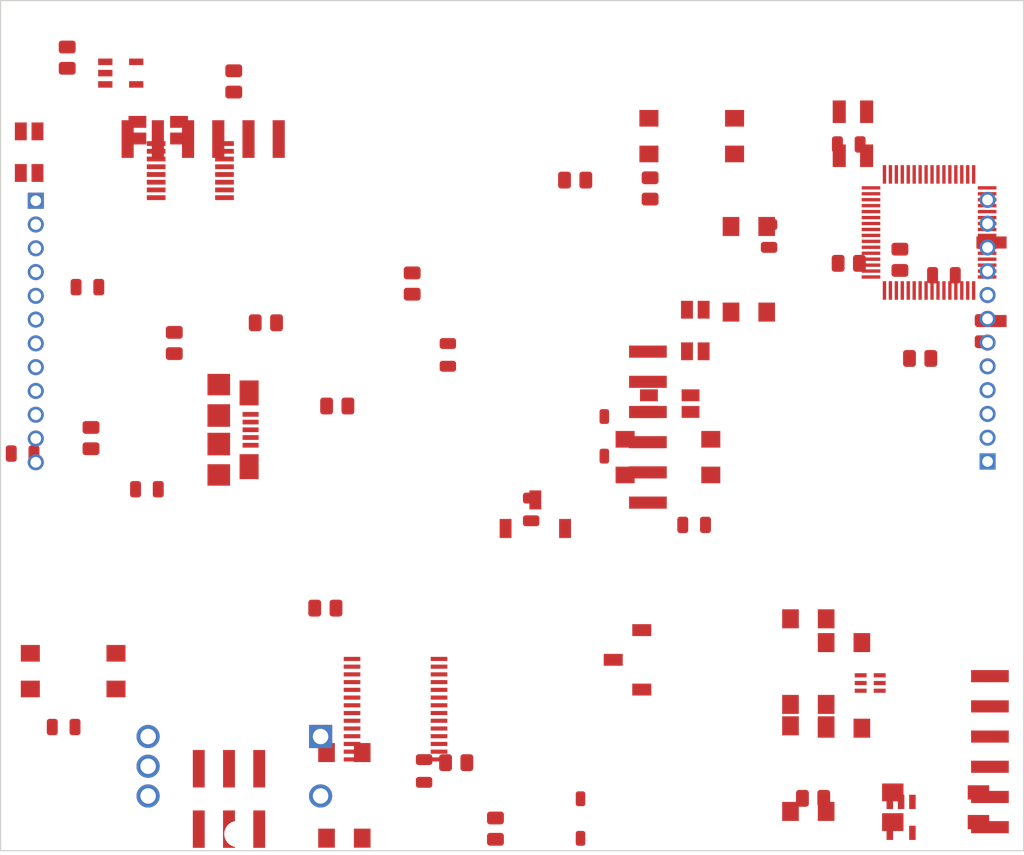
<source format=kicad_pcb>
(kicad_pcb (version 20171130) (host pcbnew "(5.1.4-0-10_14)")
  (layers (0 Top signal) (1 Route2 signal) (2 Route15 signal) (31 Bottom signal) (34 B.Paste user) (35 F.Paste user) (36 B.SilkS user) (37 F.SilkS user) (38 B.Mask user) (39 F.Mask user) (44 Edge.Cuts user))
  (net 0 "")
  (net 1 GND)
  (net 2 3V3)
  (net 3 VBAT)
  (net 4 "Net-(B2-Pad4)")
  (net 5 "Net-(B2-Pad3)")
  (net 6 "Net-(B2-Pad2)")
  (net 7 "Net-(A1-PadFEED)")
  (net 8 "Net-(C14-Pad1)")
  (net 9 "Net-(C15-Pad1)")
  (net 10 "Net-(C11-Pad1)")
  (net 11 "Net-(C13-Pad1)")
  (net 12 "Net-(D6-PadC1)")
  (net 13 /RESET)
  (net 14 /THROTTLE)
  (net 15 /YAW)
  (net 16 /BTN_CENTER)
  (net 17 /BTN_RIGHT)
  (net 18 /BTN_LEFT)
  (net 19 /BTN_UP)
  (net 20 /RXI-0)
  (net 21 /TXO-0)
  (net 22 /E1-B)
  (net 23 /E1-A)
  (net 24 /MISO)
  (net 25 /MOSI)
  (net 26 /SCK)
  (net 27 /BTN_DOWN)
  (net 28 /E1-BUT)
  (net 29 /BTN2/SDA)
  (net 30 /BTN1/SCL)
  (net 31 /PITCH)
  (net 32 /RF)
  (net 33 "Net-(D6-PadA1)")
  (net 34 "Net-(D6-PadA2)")
  (net 35 /ROLL)
  (net 36 /DTR-0)
  (net 37 /VREG_IN)
  (net 38 /RXI)
  (net 39 /FTDI_OUT)
  (net 40 /TXLED)
  (net 41 /RXLED)
  (net 42 /DTR)
  (net 43 /USB_D_N)
  (net 44 /USB_D_P)
  (net 45 /CTS)
  (net 46 /TXO)
  (net 47 "Net-(R7-Pad1)")
  (net 48 /VBUS)
  (net 49 "Net-(B3-Pad1A)")
  (net 50 "Net-(R1-Pad2)")
  (net 51 "Net-(D1-PadC2)")
  (net 52 "Net-(D4-PadC1)")
  (net 53 /RXI-1)
  (net 54 /TXO-1)
  (net 55 "Net-(S2-Pad2)")
  (net 56 /DTR-1)
  (net 57 /CTS-1)
  (net 58 /GREF)
  (net 59 "Net-(D6-PadC2)")
  (net 60 "Net-(D5-PadA2)")
  (net 61 "Net-(D5-PadA1)")
  (net 62 "Net-(D1-PadA1)")
  (net 63 "Net-(D4-PadC2)")
  (module controller_board:2X-SERVO-SMD (layer Top) (at 177.601100 132.375000 90.000000)
    (fp_text reference J7 hide)
    (fp_text value FRSKY-GIMBAL-2X-SERVO-SMD hide)
    (pad 6 smd rect (at 6.55 11.065 180.000000) (size 3.17 1.02) (layers Top F.Mask F.Paste) (net 1 GND))
    (pad V smd rect (at 4.01 11.065 180.000000) (size 3.17 1.02) (layers Top F.Mask F.Paste) (net 14 /THROTTLE))
    (pad 4 smd rect (at 1.47 11.065 180.000000) (size 3.17 1.02) (layers Top F.Mask F.Paste) (net 58 /GREF))
    (pad 3 smd rect (at -1.07 11.065 180.000000) (size 3.17 1.02) (layers Top F.Mask F.Paste) (net 1 GND))
    (pad H smd rect (at -3.61 11.065 180.000000) (size 3.17 1.02) (layers Top F.Mask F.Paste) (net 15 /YAW))
    (pad 1 smd rect (at -6.15 11.065 180.000000) (size 3.17 1.02) (layers Top F.Mask F.Paste) (net 58 /GREF))
  )
  (module controller_board:2X-SERVO-SMD (layer Top) (at 148.850000 105.075000 90.000000)
    (fp_text reference J8 hide)
    (fp_text value FRSKY-GIMBAL-2X-SERVO-SMD hide)
    (pad 6 smd rect (at 6.55 11.065 180.000000) (size 3.17 1.02) (layers Top F.Mask F.Paste) (net 1 GND))
    (pad V smd rect (at 4.01 11.065 180.000000) (size 3.17 1.02) (layers Top F.Mask F.Paste) (net 31 /PITCH))
    (pad 4 smd rect (at 1.47 11.065 180.000000) (size 3.17 1.02) (layers Top F.Mask F.Paste) (net 58 /GREF))
    (pad 3 smd rect (at -1.07 11.065 180.000000) (size 3.17 1.02) (layers Top F.Mask F.Paste) (net 1 GND))
    (pad H smd rect (at -3.61 11.065 180.000000) (size 3.17 1.02) (layers Top F.Mask F.Paste) (net 35 /ROLL))
    (pad 1 smd rect (at -6.15 11.065 180.000000) (size 3.17 1.02) (layers Top F.Mask F.Paste) (net 58 /GREF))
  )
  (module controller_board:USB-MICROA-10118192-0001LF (layer Top) (at 125.500000 105.100000 270.000000)
    (fp_text reference J1 hide)
    (fp_text value USB-MICROA-AMPHENOL-10118192-0001LF hide)
    (pad 9 smd rect (at 1.2 1.659 270.000000) (size 1.9 1.9) (layers Top F.Mask F.Paste) (net 1 GND))
    (pad 8 smd rect (at -3.8 1.659 270.000000) (size 1.8 1.9) (layers Top F.Mask F.Paste) (net 1 GND))
    (pad 7 smd rect (at -3.1 -0.891 270.000000) (size 2.1 1.6) (layers Top F.Mask F.Paste) (net 1 GND))
    (pad 6 smd rect (at 3.1 -0.891 270.000000) (size 2.1 1.6) (layers Top F.Mask F.Paste) (net 1 GND))
    (pad 5 smd rect (at 1.3 -1.016 270.000000) (size 0.4 1.35) (layers Top F.Mask F.Paste) (net 1 GND))
    (pad 4 smd rect (at 0.65 -1.016 270.000000) (size 0.4 1.35) (layers Top F.Mask F.Paste))
    (pad 3 smd rect (at 0 -1.016 270.000000) (size 0.4 1.35) (layers Top F.Mask F.Paste) (net 44 /USB_D_P))
    (pad 2 smd rect (at -0.65 -1.016 270.000000) (size 0.4 1.35) (layers Top F.Mask F.Paste) (net 43 /USB_D_N))
    (pad 11 smd rect (at 3.8 1.659 270.000000) (size 1.8 1.9) (layers Top F.Mask F.Paste) (net 1 GND))
    (pad 10 smd rect (at -1.2 1.659 270.000000) (size 1.9 1.9) (layers Top F.Mask F.Paste) (net 1 GND))
    (pad 1 smd rect (at -1.3 -1.016 270.000000) (size 0.4 1.35) (layers Top F.Mask F.Paste) (net 48 /VBUS))
  )
  (module controller_board:JST-13-PTH (layer Top) (at 188.468000 96.621600 90.000000)
    (fp_text reference J3 hide)
    (fp_text value 2.4K hide)
    (pad V thru_hole circle (at -9.144 0 90.000000) (size 1.35 1.35) (drill 0.9) (layers *.Cu *.Mask) (net 31 /PITCH))
    (pad H thru_hole circle (at -3.144 0 90.000000) (size 1.35 1.35) (drill 0.9) (layers *.Cu *.Mask) (net 35 /ROLL))
    (pad 9 thru_hole circle (at 4.856 0 90.000000) (size 1.35 1.35) (drill 0.9) (layers *.Cu *.Mask))
    (pad 8 thru_hole circle (at 2.856 0 90.000000) (size 1.35 1.35) (drill 0.9) (layers *.Cu *.Mask))
    (pad 7 thru_hole circle (at 0.856 0 90.000000) (size 1.35 1.35) (drill 0.9) (layers *.Cu *.Mask))
    (pad 6 thru_hole circle (at -1.144 0 90.000000) (size 1.35 1.35) (drill 0.9) (layers *.Cu *.Mask) (net 1 GND))
    (pad 4 thru_hole circle (at -5.144 0 90.000000) (size 1.35 1.35) (drill 0.9) (layers *.Cu *.Mask) (net 58 /GREF))
    (pad 3 thru_hole circle (at -7.144 0 90.000000) (size 1.35 1.35) (drill 0.9) (layers *.Cu *.Mask) (net 1 GND))
    (pad 12 thru_hole circle (at 10.856 0 90.000000) (size 1.35 1.35) (drill 0.9) (layers *.Cu *.Mask))
    (pad 11 thru_hole circle (at 8.856 0 90.000000) (size 1.35 1.35) (drill 0.9) (layers *.Cu *.Mask))
    (pad 10 thru_hole circle (at 6.856 0 90.000000) (size 1.35 1.35) (drill 0.9) (layers *.Cu *.Mask))
    (pad 1 thru_hole rect (at -11.144 0 90.000000) (size 1.35 1.35) (drill 0.9) (layers *.Cu *.Mask) (net 58 /GREF))
  )
  (module controller_board:JST-13-PTH (layer Top) (at 108.458000 96.977200 270.000000)
    (fp_text reference J2 hide)
    (fp_text value 2.4K hide)
    (pad V thru_hole circle (at -9.144 0 270.000000) (size 1.35 1.35) (drill 0.9) (layers *.Cu *.Mask) (net 14 /THROTTLE))
    (pad H thru_hole circle (at -3.144 0 270.000000) (size 1.35 1.35) (drill 0.9) (layers *.Cu *.Mask) (net 15 /YAW))
    (pad 9 thru_hole circle (at 4.856 0 270.000000) (size 1.35 1.35) (drill 0.9) (layers *.Cu *.Mask))
    (pad 8 thru_hole circle (at 2.856 0 270.000000) (size 1.35 1.35) (drill 0.9) (layers *.Cu *.Mask))
    (pad 7 thru_hole circle (at 0.856 0 270.000000) (size 1.35 1.35) (drill 0.9) (layers *.Cu *.Mask))
    (pad 6 thru_hole circle (at -1.144 0 270.000000) (size 1.35 1.35) (drill 0.9) (layers *.Cu *.Mask) (net 1 GND))
    (pad 4 thru_hole circle (at -5.144 0 270.000000) (size 1.35 1.35) (drill 0.9) (layers *.Cu *.Mask) (net 58 /GREF))
    (pad 3 thru_hole circle (at -7.144 0 270.000000) (size 1.35 1.35) (drill 0.9) (layers *.Cu *.Mask) (net 1 GND))
    (pad 12 thru_hole circle (at 10.856 0 270.000000) (size 1.35 1.35) (drill 0.9) (layers *.Cu *.Mask))
    (pad 11 thru_hole circle (at 8.856 0 270.000000) (size 1.35 1.35) (drill 0.9) (layers *.Cu *.Mask))
    (pad 10 thru_hole circle (at 6.856 0 270.000000) (size 1.35 1.35) (drill 0.9) (layers *.Cu *.Mask))
    (pad 1 thru_hole rect (at -11.144 0 270.000000) (size 1.35 1.35) (drill 0.9) (layers *.Cu *.Mask) (net 58 /GREF))
  )
  (module controller_board:FTDI-BASIC-SMD (layer Top) (at 122.529600 76.200000)
    (fp_text reference JP1 hide)
    (fp_text value FTDI_BASIC-SMD hide)
    (pad DTR smd rect (at 6.35 4.445 90.000000) (size 3.17 1.02) (layers Top F.Mask F.Paste) (net 56 /DTR-1))
    (pad RXI smd rect (at 3.81 4.445 90.000000) (size 3.17 1.02) (layers Top F.Mask F.Paste) (net 53 /RXI-1))
    (pad TXO smd rect (at 1.27 4.445 90.000000) (size 3.17 1.02) (layers Top F.Mask F.Paste) (net 54 /TXO-1))
    (pad VCC smd rect (at -1.27 4.445 90.000000) (size 3.17 1.02) (layers Top F.Mask F.Paste) (net 2 3V3))
    (pad CTS smd rect (at -3.81 4.445 90.000000) (size 3.17 1.02) (layers Top F.Mask F.Paste) (net 57 /CTS-1))
    (pad GND smd rect (at -6.35 4.445 90.000000) (size 3.17 1.02) (layers Top F.Mask F.Paste) (net 1 GND))
  )
  (module controller_board:WIRE-TERMINAL-1X2-2.5MM-SMD-AVX-009276002021106 (layer Top) (at 184.100000 136.850000 180.000000)
    (fp_text reference B3 hide)
    (fp_text value BATTERY-SPRING-SMD hide)
    (pad 2A smd rect (at 3.6 -1.25 90.000000) (size 1.5 1.8) (layers Top F.Mask F.Paste) (net 1 GND))
    (pad 1A smd rect (at 3.6 1.25 90.000000) (size 1.5 1.8) (layers Top F.Mask F.Paste) (net 49 "Net-(B3-Pad1A)"))
    (pad 1B smd rect (at -3.6 1.25 90.000000) (size 1.2 1.8) (layers Top F.Mask F.Paste) (net 49 "Net-(B3-Pad1A)"))
    (pad 2B smd rect (at -3.6 -1.25 90.000000) (size 1.2 1.8) (layers Top F.Mask F.Paste) (net 1 GND))
  )
  (module controller_board:ANT-2.4GHZ-6.5X2.2MM (layer Top) (at 188.800000 92.650000 90.000000)
    (fp_text reference A1 hide)
    (fp_text value ANTENNA-CHIP hide)
    (pad NC smd rect (at 3.302 0 270.000000) (size 1.016 2.54) (layers Top F.Mask F.Paste))
    (pad FEED smd rect (at -3.302 0 270.000000) (size 1.016 2.54) (layers Top F.Mask F.Paste) (net 7 "Net-(A1-PadFEED)"))
  )
  (module controller_board:SOT23-DBV (layer Top) (at 115.600000 75.100000 270.000000)
    (fp_text reference U1 hide)
    (fp_text value 3.3V hide)
    (pad 5 smd rect (at -0.95 -1.3 270.000000) (size 0.55 1.2) (layers Top F.Mask F.Paste) (net 2 3V3))
    (pad 4 smd rect (at 0.95 -1.3 270.000000) (size 0.55 1.2) (layers Top F.Mask F.Paste))
    (pad 3 smd rect (at 0.95 1.3 270.000000) (size 0.55 1.2) (layers Top F.Mask F.Paste) (net 37 /VREG_IN))
    (pad 2 smd rect (at 0 1.3 270.000000) (size 0.55 1.2) (layers Top F.Mask F.Paste) (net 1 GND))
    (pad 1 smd rect (at -0.95 1.3 270.000000) (size 0.55 1.2) (layers Top F.Mask F.Paste) (net 37 /VREG_IN))
  )
  (module controller_board:CAPC2012X140_HS (layer Top) (at 120.100000 97.800000 270.000000)
    (fp_text reference C17 hide)
    (fp_text value 1uF hide)
    (pad 2 smd roundrect (at 0.895 0 270.000000) (size 1.08 1.42) (layers Top) (roundrect_rratio 0.23) (net 1 GND))
    (pad 1 smd roundrect (at -0.895 0 90.000000) (size 1.08 1.42) (layers Top) (roundrect_rratio 0.23) (net 2 3V3))
  )
  (module controller_board:CAPC2012X140_HS (layer Top) (at 125.100000 75.800000 90.000000)
    (fp_text reference C10 hide)
    (fp_text value 1uF hide)
    (pad 2 smd roundrect (at 0.895 0 90.000000) (size 1.08 1.42) (layers Top) (roundrect_rratio 0.23) (net 1 GND))
    (pad 1 smd roundrect (at -0.895 0 270.000000) (size 1.08 1.42) (layers Top) (roundrect_rratio 0.23) (net 37 /VREG_IN))
  )
  (module controller_board:RESC2012X60_HS (layer Top) (at 107.350000 107.100000)
    (fp_text reference R17 hide)
    (fp_text value 510 hide)
    (pad 2 smd roundrect (at 0.955 0) (size 0.92 1.38) (layers Top) (net 59 "Net-(D6-PadC2)"))
    (pad 1 smd roundrect (at -0.955 0 180.000000) (size 0.92 1.38) (layers Top) (net 1 GND))
  )
  (module controller_board:RESC2012X60_HS (layer Top) (at 163.800000 113.100000 180.000000)
    (fp_text reference R14 hide)
    (fp_text value 510 hide)
    (pad 2 smd roundrect (at 0.955 0 180.000000) (size 0.92 1.38) (layers Top) (net 2 3V3))
    (pad 1 smd roundrect (at -0.955 0) (size 0.92 1.38) (layers Top) (net 61 "Net-(D5-PadA1)"))
  )
  (module controller_board:RESC2012X60_HS (layer Top) (at 110.800000 130.100000 180.000000)
    (fp_text reference R3 hide)
    (fp_text value 510 hide)
    (pad 2 smd roundrect (at 0.955 0 180.000000) (size 0.92 1.38) (layers Top) (net 50 "Net-(R1-Pad2)"))
    (pad 1 smd roundrect (at -0.955 0) (size 0.92 1.38) (layers Top) (net 62 "Net-(D1-PadA1)"))
  )
  (module controller_board:RESC2012X60_HS (layer Top) (at 150.100000 111.800000 90.000000)
    (fp_text reference R16 hide)
    (fp_text value 510 hide)
    (pad 2 smd roundrect (at 0.955 0 90.000000) (size 0.92 1.38) (layers Top) (net 63 "Net-(D4-PadC2)"))
    (pad 1 smd roundrect (at -0.955 0 270.000000) (size 0.92 1.38) (layers Top) (net 1 GND))
  )
  (module controller_board:RESC2012X60_HS (layer Top) (at 112.800000 93.100000)
    (fp_text reference R13 hide)
    (fp_text value 510 hide)
    (pad 2 smd roundrect (at 0.955 0) (size 0.92 1.38) (layers Top) (net 2 3V3))
    (pad 1 smd roundrect (at -0.955 0 180.000000) (size 0.92 1.38) (layers Top) (net 60 "Net-(D5-PadA2)"))
  )
  (module controller_board:LED-2X-LTST-C155 (layer Top) (at 163.900000 96.750000 90.000000)
    (fp_text reference D4 hide)
    (fp_text value LED-2X-GREEN_RED hide)
    (pad C2 smd rect (at 1.75 0.7 90.000000) (size 1.5 1) (layers Top F.Mask F.Paste) (net 63 "Net-(D4-PadC2)"))
    (pad C1 smd rect (at 1.75 -0.7 90.000000) (size 1.5 1) (layers Top F.Mask F.Paste) (net 52 "Net-(D4-PadC1)"))
    (pad A2 smd rect (at -1.75 0.7 90.000000) (size 1.5 1) (layers Top F.Mask F.Paste) (net 2 3V3))
    (pad A1 smd rect (at -1.75 -0.7 90.000000) (size 1.5 1) (layers Top F.Mask F.Paste) (net 32 /RF))
  )
  (module controller_board:LED-2X-LTST-C155 (layer Top) (at 118.750000 79.900000 180.000000)
    (fp_text reference D1 hide)
    (fp_text value LED-2X-GREEN_RED hide)
    (pad C2 smd rect (at 1.75 0.7 180.000000) (size 1.5 1) (layers Top F.Mask F.Paste) (net 51 "Net-(D1-PadC2)"))
    (pad C1 smd rect (at 1.75 -0.7 180.000000) (size 1.5 1) (layers Top F.Mask F.Paste) (net 1 GND))
    (pad A2 smd rect (at -1.75 0.7 180.000000) (size 1.5 1) (layers Top F.Mask F.Paste) (net 48 /VBUS))
    (pad A1 smd rect (at -1.75 -0.7 180.000000) (size 1.5 1) (layers Top F.Mask F.Paste) (net 62 "Net-(D1-PadA1)"))
  )
  (module controller_board:LED-2X-LTST-C155 (layer Top) (at 161.750000 102.900000)
    (fp_text reference D5 hide)
    (fp_text value LED-2X-GREEN_RED hide)
    (pad C2 smd rect (at 1.75 0.7) (size 1.5 1) (layers Top F.Mask F.Paste) (net 41 /RXLED))
    (pad C1 smd rect (at 1.75 -0.7) (size 1.5 1) (layers Top F.Mask F.Paste) (net 40 /TXLED))
    (pad A2 smd rect (at -1.75 0.7) (size 1.5 1) (layers Top F.Mask F.Paste) (net 60 "Net-(D5-PadA2)"))
    (pad A1 smd rect (at -1.75 -0.7) (size 1.5 1) (layers Top F.Mask F.Paste) (net 61 "Net-(D5-PadA1)"))
  )
  (module controller_board:LED-2X-LTST-C155 (layer Top) (at 107.900000 81.750000 270.000000)
    (fp_text reference D6 hide)
    (fp_text value LED-2X-GREEN_RED hide)
    (pad C2 smd rect (at 1.75 0.7 270.000000) (size 1.5 1) (layers Top F.Mask F.Paste) (net 59 "Net-(D6-PadC2)"))
    (pad C1 smd rect (at 1.75 -0.7 270.000000) (size 1.5 1) (layers Top F.Mask F.Paste) (net 12 "Net-(D6-PadC1)"))
    (pad A2 smd rect (at -1.75 0.7 270.000000) (size 1.5 1) (layers Top F.Mask F.Paste) (net 34 "Net-(D6-PadA2)"))
    (pad A1 smd rect (at -1.75 -0.7 270.000000) (size 1.5 1) (layers Top F.Mask F.Paste) (net 33 "Net-(D6-PadA1)"))
  )
  (module controller_board:RESC2012X60_HS (layer Top) (at 141.100000 133.800000 270.000000)
    (fp_text reference R8 hide)
    (fp_text value 1.2K hide)
    (pad 2 smd roundrect (at 0.955 0 270.000000) (size 0.92 1.38) (layers Top) (net 2 3V3))
    (pad 1 smd roundrect (at -0.955 0 90.000000) (size 0.92 1.38) (layers Top) (net 58 /GREF))
  )
  (module controller_board:BOURNS-PEC12R (layer Top) (at 125.400000 133.400000 270.000000)
    (fp_text reference E1 hide)
    (fp_text value ROTARY-ENCODER-W_BUTTON-BOURNS-PEC12R-4217F hide)
    (pad C thru_hole circle (at 0 7.5 270.000000) (size 1.95 1.95) (drill 1.3) (layers *.Cu *.Mask) (net 1 GND))
    (pad BUTB thru_hole circle (at 2.5 -7 270.000000) (size 1.95 1.95) (drill 1.3) (layers *.Cu *.Mask) (net 1 GND))
    (pad BUTA thru_hole rect (at -2.5 -7 270.000000) (size 1.95 1.95) (drill 1.3) (layers *.Cu *.Mask) (net 28 /E1-BUT))
    (pad B thru_hole circle (at 2.5 7.5 270.000000) (size 1.95 1.95) (drill 1.3) (layers *.Cu *.Mask) (net 22 /E1-B))
    (pad A thru_hole circle (at -2.5 7.5 270.000000) (size 1.95 1.95) (drill 1.3) (layers *.Cu *.Mask) (net 23 /E1-A))
    (pad "" np_thru_hole circle (at 5.7 0) (size 2.2 2.2) (drill 2.2) (layers *.Cu *.Mask))
    (pad "" np_thru_hole circle (at -5.7 0) (size 2.2 2.2) (drill 2.2) (layers *.Cu *.Mask))
  )
  (module controller_board:4.5MM_TACTILE_SWITCH_TL3305AF160QG (layer Top) (at 168.400000 91.600000 90.000000)
    (fp_text reference B6 hide)
    (fp_text value PUSHBUTTON_-4.5X4.5 hide)
    (pad 4 smd rect (at 3.6 -1.5 180.000000) (size 1.4 1.6) (layers Top F.Mask F.Paste) (net 1 GND))
    (pad 3 smd rect (at -3.6 -1.5 180.000000) (size 1.4 1.6) (layers Top F.Mask F.Paste) (net 1 GND))
    (pad 2 smd rect (at 3.6 1.5 180.000000) (size 1.4 1.6) (layers Top F.Mask F.Paste) (net 19 /BTN_UP))
    (pad 1 smd rect (at -3.6 1.5 180.000000) (size 1.4 1.6) (layers Top F.Mask F.Paste) (net 19 /BTN_UP))
  )
  (module controller_board:4.5MM_TACTILE_SWITCH_TL3305AF160QG (layer Top) (at 111.600000 125.400000 180.000000)
    (fp_text reference B10 hide)
    (fp_text value PUSHBUTTON_-4.5X4.5 hide)
    (pad 4 smd rect (at 3.6 -1.5 270.000000) (size 1.4 1.6) (layers Top F.Mask F.Paste) (net 1 GND))
    (pad 3 smd rect (at -3.6 -1.5 270.000000) (size 1.4 1.6) (layers Top F.Mask F.Paste) (net 1 GND))
    (pad 2 smd rect (at 3.6 1.5 270.000000) (size 1.4 1.6) (layers Top F.Mask F.Paste) (net 27 /BTN_DOWN))
    (pad 1 smd rect (at -3.6 1.5 270.000000) (size 1.4 1.6) (layers Top F.Mask F.Paste) (net 27 /BTN_DOWN))
  )
  (module controller_board:4.5MM_TACTILE_SWITCH_TL3305AF160QG (layer Top) (at 134.400000 135.850000 270.000000)
    (fp_text reference B7 hide)
    (fp_text value PUSHBUTTON_-4.5X4.5 hide)
    (pad 4 smd rect (at 3.6 -1.5) (size 1.4 1.6) (layers Top F.Mask F.Paste) (net 1 GND))
    (pad 3 smd rect (at -3.6 -1.5) (size 1.4 1.6) (layers Top F.Mask F.Paste) (net 1 GND))
    (pad 2 smd rect (at 3.6 1.5) (size 1.4 1.6) (layers Top F.Mask F.Paste) (net 18 /BTN_LEFT))
    (pad 1 smd rect (at -3.6 1.5) (size 1.4 1.6) (layers Top F.Mask F.Paste) (net 18 /BTN_LEFT))
  )
  (module controller_board:4.5MM_TACTILE_SWITCH_TL3305AF160QG (layer Top) (at 173.400000 133.600000 270.000000)
    (fp_text reference B9 hide)
    (fp_text value PUSHBUTTON_-4.5X4.5 hide)
    (pad 4 smd rect (at 3.6 -1.5) (size 1.4 1.6) (layers Top F.Mask F.Paste) (net 1 GND))
    (pad 3 smd rect (at -3.6 -1.5) (size 1.4 1.6) (layers Top F.Mask F.Paste) (net 1 GND))
    (pad 2 smd rect (at 3.6 1.5) (size 1.4 1.6) (layers Top F.Mask F.Paste) (net 16 /BTN_CENTER))
    (pad 1 smd rect (at -3.6 1.5) (size 1.4 1.6) (layers Top F.Mask F.Paste) (net 16 /BTN_CENTER))
  )
  (module controller_board:4.5MM_TACTILE_SWITCH_TL3305AF160QG (layer Top) (at 173.400000 124.600000 90.000000)
    (fp_text reference B8 hide)
    (fp_text value PUSHBUTTON_-4.5X4.5 hide)
    (pad 4 smd rect (at 3.6 -1.5 180.000000) (size 1.4 1.6) (layers Top F.Mask F.Paste) (net 1 GND))
    (pad 3 smd rect (at -3.6 -1.5 180.000000) (size 1.4 1.6) (layers Top F.Mask F.Paste) (net 1 GND))
    (pad 2 smd rect (at 3.6 1.5 180.000000) (size 1.4 1.6) (layers Top F.Mask F.Paste) (net 17 /BTN_RIGHT))
    (pad 1 smd rect (at -3.6 1.5 180.000000) (size 1.4 1.6) (layers Top F.Mask F.Paste) (net 17 /BTN_RIGHT))
  )
  (module controller_board:CAPC2012X140_HS (layer Top) (at 147.100000 138.650000 90.000000)
    (fp_text reference C4 hide)
    (fp_text value 1uF hide)
    (pad 2 smd roundrect (at 0.895 0 90.000000) (size 1.08 1.42) (layers Top) (roundrect_rratio 0.23) (net 39 /FTDI_OUT))
    (pad 1 smd roundrect (at -0.895 0 270.000000) (size 1.08 1.42) (layers Top) (roundrect_rratio 0.23) (net 1 GND))
  )
  (module controller_board:SOD3716X135_HS (layer Top) (at 154.250000 137.800000 90.000000)
    (fp_text reference D2 hide)
    (fp_text value 360mV hide)
    (pad C smd roundrect (at -1.665 0 270.000000) (size 1.25 0.8) (layers Top) (net 3 VBAT))
    (pad A smd roundrect (at 1.665 0 90.000000) (size 1.25 0.8) (layers Top) (net 48 /VBUS))
  )
  (module controller_board:SOD3716X135_HS (layer Top) (at 156.250000 105.650000 270.000000)
    (fp_text reference D3 hide)
    (fp_text value 360mV hide)
    (pad C smd roundrect (at -1.665 0 90.000000) (size 1.25 0.8) (layers Top) (net 3 VBAT))
    (pad A smd roundrect (at 1.665 0 270.000000) (size 1.25 0.8) (layers Top) (net 49 "Net-(B3-Pad1A)"))
  )
  (module controller_board:JS102011JCQN (layer Top) (at 158.200000 124.450000 90.000000)
    (fp_text reference S2 hide)
    (fp_text value POWER-SWITCH-MFS201N-9-Z-SMD-VERTICAL hide)
    (pad 3 smd rect (at 2.5 1.2 90.000000) (size 1 1.6) (layers Top F.Mask F.Paste) (net 1 GND))
    (pad 2 smd rect (at 0 -1.2 90.000000) (size 1 1.6) (layers Top F.Mask F.Paste) (net 55 "Net-(S2-Pad2)"))
    (pad 1 smd rect (at -2.5 1.2 90.000000) (size 1 1.6) (layers Top F.Mask F.Paste) (net 2 3V3))
  )
  (module controller_board:SOP65P640X110-16 (layer Top) (at 121.450000 83.300000 180.000000)
    (fp_text reference U5 hide)
    (fp_text value DPDT-X2 hide)
    (pad 9 smd rect (at 2.8717 2.275 180.000000) (size 1.5719 0.4068) (layers Top F.Mask F.Paste) (net 53 /RXI-1))
    (pad 8 smd rect (at -2.8717 2.275 180.000000) (size 1.5719 0.4068) (layers Top F.Mask F.Paste) (net 1 GND))
    (pad 7 smd rect (at -2.8717 1.625 180.000000) (size 1.5719 0.4068) (layers Top F.Mask F.Paste) (net 21 /TXO-0))
    (pad 6 smd rect (at -2.8717 0.975 180.000000) (size 1.5719 0.4068) (layers Top F.Mask F.Paste) (net 46 /TXO))
    (pad 5 smd rect (at -2.8717 0.325 180.000000) (size 1.5719 0.4068) (layers Top F.Mask F.Paste) (net 54 /TXO-1))
    (pad 4 smd rect (at -2.8717 -0.325 180.000000) (size 1.5719 0.4068) (layers Top F.Mask F.Paste) (net 55 "Net-(S2-Pad2)"))
    (pad 3 smd rect (at -2.8717 -0.975 180.000000) (size 1.5719 0.4068) (layers Top F.Mask F.Paste))
    (pad 2 smd rect (at -2.8717 -1.625 180.000000) (size 1.5719 0.4068) (layers Top F.Mask F.Paste) (net 45 /CTS))
    (pad 16 smd rect (at 2.8717 -2.275 180.000000) (size 1.5719 0.4068) (layers Top F.Mask F.Paste) (net 2 3V3))
    (pad 15 smd rect (at 2.8717 -1.625 180.000000) (size 1.5719 0.4068) (layers Top F.Mask F.Paste) (net 36 /DTR-0))
    (pad 14 smd rect (at 2.8717 -0.975 180.000000) (size 1.5719 0.4068) (layers Top F.Mask F.Paste) (net 42 /DTR))
    (pad 13 smd rect (at 2.8717 -0.325 180.000000) (size 1.5719 0.4068) (layers Top F.Mask F.Paste) (net 56 /DTR-1))
    (pad 12 smd rect (at 2.8717 0.325 180.000000) (size 1.5719 0.4068) (layers Top F.Mask F.Paste) (net 55 "Net-(S2-Pad2)"))
    (pad 11 smd rect (at 2.8717 0.975 180.000000) (size 1.5719 0.4068) (layers Top F.Mask F.Paste) (net 20 /RXI-0))
    (pad 10 smd rect (at 2.8717 1.625 180.000000) (size 1.5719 0.4068) (layers Top F.Mask F.Paste) (net 38 /RXI))
    (pad 1 smd rect (at -2.8717 -2.275 180.000000) (size 1.5719 0.4068) (layers Top F.Mask F.Paste) (net 57 /CTS-1))
  )
  (module controller_board:RESC2012X60_HS (layer Top) (at 143.100000 98.800000 270.000000)
    (fp_text reference R15 hide)
    (fp_text value 510 hide)
    (pad 2 smd roundrect (at 0.955 0 270.000000) (size 0.92 1.38) (layers Top) (net 52 "Net-(D4-PadC1)"))
    (pad 1 smd roundrect (at -0.955 0 90.000000) (size 0.92 1.38) (layers Top) (net 1 GND))
  )
  (module controller_board:RESC2012X60_HS (layer Top) (at 117.800000 110.100000)
    (fp_text reference R7 hide)
    (fp_text value 2.2K hide)
    (pad 2 smd roundrect (at 0.955 0) (size 0.92 1.38) (layers Top) (net 1 GND))
    (pad 1 smd roundrect (at -0.955 0 180.000000) (size 0.92 1.38) (layers Top) (net 47 "Net-(R7-Pad1)"))
  )
  (module controller_board:CAPC2012X140_HS (layer Top) (at 113.100000 105.800000 270.000000)
    (fp_text reference C6 hide)
    (fp_text value 10uF hide)
    (pad 2 smd roundrect (at 0.895 0 270.000000) (size 1.08 1.42) (layers Top) (roundrect_rratio 0.23) (net 1 GND))
    (pad 1 smd roundrect (at -0.895 0 90.000000) (size 1.08 1.42) (layers Top) (roundrect_rratio 0.23) (net 49 "Net-(B3-Pad1A)"))
  )
  (module controller_board:CAPC2012X140_HS (layer Top) (at 111.100000 73.800000 90.000000)
    (fp_text reference C5 hide)
    (fp_text value 10uF hide)
    (pad 2 smd roundrect (at 0.895 0 90.000000) (size 1.08 1.42) (layers Top) (roundrect_rratio 0.23) (net 1 GND))
    (pad 1 smd roundrect (at -0.895 0 270.000000) (size 1.08 1.42) (layers Top) (roundrect_rratio 0.23) (net 48 /VBUS))
  )
  (module controller_board:RESC2012X60_HS (layer Top) (at 184.800000 92.100000)
    (fp_text reference R1 hide)
    (fp_text value 510 hide)
    (pad 2 smd roundrect (at 0.955 0) (size 0.92 1.38) (layers Top) (net 50 "Net-(R1-Pad2)"))
    (pad 1 smd roundrect (at -0.955 0 180.000000) (size 0.92 1.38) (layers Top) (net 51 "Net-(D1-PadC2)"))
  )
  (module controller_board:SOT23-5 (layer Top) (at 181.200000 137.700000 180.000000)
    (fp_text reference U2 hide)
    (fp_text value MCP73831T-2ACI/OT hide)
    (pad 5 smd rect (at -0.95 -1.3001 180.000000) (size 0.55 1.2) (layers Top F.Mask F.Paste) (net 47 "Net-(R7-Pad1)"))
    (pad 4 smd rect (at 0.95 -1.3001 180.000000) (size 0.55 1.2) (layers Top F.Mask F.Paste) (net 48 /VBUS))
    (pad 3 smd rect (at 0.95 1.3001 180.000000) (size 0.55 1.2) (layers Top F.Mask F.Paste) (net 49 "Net-(B3-Pad1A)"))
    (pad 2 smd rect (at 0 1.3001 180.000000) (size 0.55 1.2) (layers Top F.Mask F.Paste) (net 1 GND))
    (pad 1 smd rect (at -0.95 1.3001 180.000000) (size 0.55 1.2) (layers Top F.Mask F.Paste) (net 50 "Net-(R1-Pad2)"))
  )
  (module controller_board:CAPC2012X140_HS (layer Top) (at 153.800000 84.100000)
    (fp_text reference C9 hide)
    (fp_text value 0.1uF hide)
    (pad 2 smd roundrect (at 0.895 0) (size 1.08 1.42) (layers Top) (roundrect_rratio 0.23) (net 1 GND))
    (pad 1 smd roundrect (at -0.895 0 180.000000) (size 1.08 1.42) (layers Top) (roundrect_rratio 0.23) (net 39 /FTDI_OUT))
  )
  (module controller_board:CAPC2012X140_HS (layer Top) (at 182.800000 99.100000)
    (fp_text reference C7 hide)
    (fp_text value 10uF hide)
    (pad 2 smd roundrect (at 0.895 0) (size 1.08 1.42) (layers Top) (roundrect_rratio 0.23) (net 1 GND))
    (pad 1 smd roundrect (at -0.895 0 180.000000) (size 1.08 1.42) (layers Top) (roundrect_rratio 0.23) (net 37 /VREG_IN))
  )
  (module controller_board:CAPC2012X140_HS (layer Top) (at 140.100000 92.800000 270.000000)
    (fp_text reference C8 hide)
    (fp_text value 0.1uF hide)
    (pad 2 smd roundrect (at 0.895 0 270.000000) (size 1.08 1.42) (layers Top) (roundrect_rratio 0.23) (net 1 GND))
    (pad 1 smd roundrect (at -0.895 0 90.000000) (size 1.08 1.42) (layers Top) (roundrect_rratio 0.23) (net 37 /VREG_IN))
  )
  (module controller_board:SSOP28DB (layer Top) (at 138.700000 128.600000 90.000000)
    (fp_text reference U3 hide)
    (fp_text value FT232RLSSOP hide)
    (pad 9 smd rect (at 0.975 3.656 90.000000) (size 0.348 1.397) (layers Top F.Mask F.Paste))
    (pad 8 smd rect (at 0.325 3.656 90.000000) (size 0.348 1.397) (layers Top F.Mask F.Paste))
    (pad 7 smd rect (at -0.325 3.656 90.000000) (size 0.348 1.397) (layers Top F.Mask F.Paste) (net 1 GND))
    (pad 6 smd rect (at -0.975 3.656 90.000000) (size 0.348 1.397) (layers Top F.Mask F.Paste))
    (pad 5 smd rect (at -1.625 3.656 90.000000) (size 0.348 1.397) (layers Top F.Mask F.Paste) (net 38 /RXI))
    (pad 4 smd rect (at -2.275 3.656 90.000000) (size 0.348 1.397) (layers Top F.Mask F.Paste) (net 39 /FTDI_OUT))
    (pad 3 smd rect (at -2.925 3.656 90.000000) (size 0.348 1.397) (layers Top F.Mask F.Paste))
    (pad 28 smd rect (at -4.225 -3.656 90.000000) (size 0.348 1.397) (layers Top F.Mask F.Paste))
    (pad 27 smd rect (at -3.575 -3.656 90.000000) (size 0.348 1.397) (layers Top F.Mask F.Paste))
    (pad 26 smd rect (at -2.925 -3.656 90.000000) (size 0.348 1.397) (layers Top F.Mask F.Paste) (net 1 GND))
    (pad 25 smd rect (at -2.275 -3.656 90.000000) (size 0.348 1.397) (layers Top F.Mask F.Paste) (net 1 GND))
    (pad 24 smd rect (at -1.625 -3.656 90.000000) (size 0.348 1.397) (layers Top F.Mask F.Paste))
    (pad 23 smd rect (at -0.975 -3.656 90.000000) (size 0.348 1.397) (layers Top F.Mask F.Paste) (net 40 /TXLED))
    (pad 22 smd rect (at -0.325 -3.656 90.000000) (size 0.348 1.397) (layers Top F.Mask F.Paste) (net 41 /RXLED))
    (pad 21 smd rect (at 0.325 -3.656 90.000000) (size 0.348 1.397) (layers Top F.Mask F.Paste) (net 1 GND))
    (pad 20 smd rect (at 0.975 -3.656 90.000000) (size 0.348 1.397) (layers Top F.Mask F.Paste) (net 37 /VREG_IN))
    (pad 2 smd rect (at -3.575 3.656 90.000000) (size 0.348 1.397) (layers Top F.Mask F.Paste) (net 42 /DTR))
    (pad 19 smd rect (at 1.625 -3.656 90.000000) (size 0.348 1.397) (layers Top F.Mask F.Paste))
    (pad 18 smd rect (at 2.275 -3.656 90.000000) (size 0.348 1.397) (layers Top F.Mask F.Paste) (net 1 GND))
    (pad 17 smd rect (at 2.925 -3.656 90.000000) (size 0.348 1.397) (layers Top F.Mask F.Paste) (net 39 /FTDI_OUT))
    (pad 16 smd rect (at 3.575 -3.656 90.000000) (size 0.348 1.397) (layers Top F.Mask F.Paste) (net 43 /USB_D_N))
    (pad 15 smd rect (at 4.225 -3.656 90.000000) (size 0.348 1.397) (layers Top F.Mask F.Paste) (net 44 /USB_D_P))
    (pad 14 smd rect (at 4.225 3.656 90.000000) (size 0.348 1.397) (layers Top F.Mask F.Paste))
    (pad 13 smd rect (at 3.575 3.656 90.000000) (size 0.348 1.397) (layers Top F.Mask F.Paste))
    (pad 12 smd rect (at 2.925 3.656 90.000000) (size 0.348 1.397) (layers Top F.Mask F.Paste))
    (pad 11 smd rect (at 2.275 3.656 90.000000) (size 0.348 1.397) (layers Top F.Mask F.Paste) (net 45 /CTS))
    (pad 10 smd rect (at 1.625 3.656 90.000000) (size 0.348 1.397) (layers Top F.Mask F.Paste))
    (pad 1 smd rect (at -4.225 3.656 90.000000) (size 0.348 1.397) (layers Top F.Mask F.Paste) (net 46 /TXO))
  )
  (module controller_board:JS102011JCQN (layer Top) (at 150.450000 112.200000)
    (fp_text reference S1 hide)
    (fp_text value POWER-SWITCH-MFS201N-9-Z-SMD-VERTICAL hide)
    (pad 3 smd rect (at 2.5 1.2) (size 1 1.6) (layers Top F.Mask F.Paste))
    (pad 2 smd rect (at 0 -1.2) (size 1 1.6) (layers Top F.Mask F.Paste) (net 3 VBAT))
    (pad 1 smd rect (at -2.5 1.2) (size 1 1.6) (layers Top F.Mask F.Paste) (net 37 /VREG_IN))
  )
  (module controller_board:CRYSTAL-SMD-5X3 (layer Top) (at 177.150000 80.200000 90.000000)
    (fp_text reference Y1 hide)
    (fp_text value CRYSTAL5X3 hide)
    (pad 4 smd rect (at -1.85 -1.15 90.000000) (size 1.9 1.1) (layers Top F.Mask F.Paste))
    (pad 3 smd rect (at 1.85 -1.15 90.000000) (size 1.9 1.1) (layers Top F.Mask F.Paste) (net 8 "Net-(C14-Pad1)"))
    (pad 2 smd rect (at 1.85 1.15 90.000000) (size 1.9 1.1) (layers Top F.Mask F.Paste))
    (pad 1 smd rect (at -1.85 1.15 90.000000) (size 1.9 1.1) (layers Top F.Mask F.Paste) (net 9 "Net-(C15-Pad1)"))
  )
  (module controller_board:QFN-64 (layer Top) (at 183.550000 88.500000)
    (fp_text reference U4 hide)
    (fp_text value ATMEGA128RFA1 hide)
    (pad 9 smd rect (at -4.881 0.25 270.000000) (size 0.28 1.562) (layers Top F.Mask F.Paste) (net 5 "Net-(B2-Pad3)"))
    (pad 8 smd rect (at -4.881 -0.25 270.000000) (size 0.28 1.562) (layers Top F.Mask F.Paste) (net 4 "Net-(B2-Pad4)"))
    (pad 7 smd rect (at -4.881 -0.75 270.000000) (size 0.28 1.562) (layers Top F.Mask F.Paste) (net 1 GND))
    (pad 64 smd rect (at -3.75 -4.881) (size 0.28 1.562) (layers Top F.Mask F.Paste) (net 14 /THROTTLE))
    (pad 63 smd rect (at -3.25 -4.881) (size 0.28 1.562) (layers Top F.Mask F.Paste) (net 15 /YAW))
    (pad 62 smd rect (at -2.75 -4.881) (size 0.28 1.562) (layers Top F.Mask F.Paste))
    (pad 61 smd rect (at -2.25 -4.881) (size 0.28 1.562) (layers Top F.Mask F.Paste) (net 1 GND))
    (pad 60 smd rect (at -1.75 -4.881) (size 0.28 1.562) (layers Top F.Mask F.Paste) (net 11 "Net-(C13-Pad1)"))
    (pad 6 smd rect (at -4.881 -1.25 270.000000) (size 0.28 1.562) (layers Top F.Mask F.Paste))
    (pad 59 smd rect (at -1.25 -4.881) (size 0.28 1.562) (layers Top F.Mask F.Paste) (net 2 3V3))
    (pad 58 smd rect (at -0.75 -4.881) (size 0.28 1.562) (layers Top F.Mask F.Paste) (net 1 GND))
    (pad 57 smd rect (at -0.25 -4.881) (size 0.28 1.562) (layers Top F.Mask F.Paste) (net 8 "Net-(C14-Pad1)"))
    (pad 56 smd rect (at 0.25 -4.881) (size 0.28 1.562) (layers Top F.Mask F.Paste) (net 9 "Net-(C15-Pad1)"))
    (pad 55 smd rect (at 0.75 -4.881) (size 0.28 1.562) (layers Top F.Mask F.Paste) (net 1 GND))
    (pad 54 smd rect (at 1.25 -4.881) (size 0.28 1.562) (layers Top F.Mask F.Paste) (net 2 3V3))
    (pad 53 smd rect (at 1.75 -4.881) (size 0.28 1.562) (layers Top F.Mask F.Paste) (net 16 /BTN_CENTER))
    (pad 52 smd rect (at 2.25 -4.881) (size 0.28 1.562) (layers Top F.Mask F.Paste) (net 17 /BTN_RIGHT))
    (pad 51 smd rect (at 2.75 -4.881) (size 0.28 1.562) (layers Top F.Mask F.Paste) (net 18 /BTN_LEFT))
    (pad 50 smd rect (at 3.25 -4.881) (size 0.28 1.562) (layers Top F.Mask F.Paste) (net 19 /BTN_UP))
    (pad 5 smd rect (at -4.881 -1.75 270.000000) (size 0.28 1.562) (layers Top F.Mask F.Paste))
    (pad 49 smd rect (at 3.75 -4.881) (size 0.28 1.562) (layers Top F.Mask F.Paste))
    (pad 48 smd rect (at 4.881 -3.75 90.000000) (size 0.28 1.562) (layers Top F.Mask F.Paste))
    (pad 47 smd rect (at 4.881 -3.25 90.000000) (size 0.28 1.562) (layers Top F.Mask F.Paste) (net 20 /RXI-0))
    (pad 46 smd rect (at 4.881 -2.75 90.000000) (size 0.28 1.562) (layers Top F.Mask F.Paste) (net 21 /TXO-0))
    (pad 45 smd rect (at 4.881 -2.25 90.000000) (size 0.28 1.562) (layers Top F.Mask F.Paste) (net 1 GND))
    (pad 44 smd rect (at 4.881 -1.75 90.000000) (size 0.28 1.562) (layers Top F.Mask F.Paste) (net 2 3V3))
    (pad 43 smd rect (at 4.881 -1.25 90.000000) (size 0.28 1.562) (layers Top F.Mask F.Paste))
    (pad 42 smd rect (at 4.881 -0.75 90.000000) (size 0.28 1.562) (layers Top F.Mask F.Paste))
    (pad 41 smd rect (at 4.881 -0.25 90.000000) (size 0.28 1.562) (layers Top F.Mask F.Paste) (net 22 /E1-B))
    (pad 40 smd rect (at 4.881 0.25 90.000000) (size 0.28 1.562) (layers Top F.Mask F.Paste) (net 23 /E1-A))
    (pad 4 smd rect (at -4.881 -2.25 270.000000) (size 0.28 1.562) (layers Top F.Mask F.Paste))
    (pad 39 smd rect (at 4.881 0.75 90.000000) (size 0.28 1.562) (layers Top F.Mask F.Paste) (net 24 /MISO))
    (pad 38 smd rect (at 4.881 1.25 90.000000) (size 0.28 1.562) (layers Top F.Mask F.Paste) (net 25 /MOSI))
    (pad 37 smd rect (at 4.881 1.75 90.000000) (size 0.28 1.562) (layers Top F.Mask F.Paste) (net 26 /SCK))
    (pad 36 smd rect (at 4.881 2.25 90.000000) (size 0.28 1.562) (layers Top F.Mask F.Paste))
    (pad 35 smd rect (at 4.881 2.75 90.000000) (size 0.28 1.562) (layers Top F.Mask F.Paste) (net 1 GND))
    (pad 34 smd rect (at 4.881 3.25 90.000000) (size 0.28 1.562) (layers Top F.Mask F.Paste) (net 2 3V3))
    (pad 33 smd rect (at 4.881 3.75 90.000000) (size 0.28 1.562) (layers Top F.Mask F.Paste) (net 1 GND))
    (pad 32 smd rect (at 3.75 4.881) (size 0.28 1.562) (layers Top F.Mask F.Paste))
    (pad 31 smd rect (at 3.25 4.881) (size 0.28 1.562) (layers Top F.Mask F.Paste))
    (pad 30 smd rect (at 2.75 4.881) (size 0.28 1.562) (layers Top F.Mask F.Paste))
    (pad 3 smd rect (at -4.881 -2.75 270.000000) (size 0.28 1.562) (layers Top F.Mask F.Paste))
    (pad 29 smd rect (at 2.25 4.881) (size 0.28 1.562) (layers Top F.Mask F.Paste))
    (pad 28 smd rect (at 1.75 4.881 180.000000) (size 0.28 1.562) (layers Top F.Mask F.Paste) (net 27 /BTN_DOWN))
    (pad 27 smd rect (at 1.25 4.881 180.000000) (size 0.28 1.562) (layers Top F.Mask F.Paste) (net 28 /E1-BUT))
    (pad 26 smd rect (at 0.75 4.881 180.000000) (size 0.28 1.562) (layers Top F.Mask F.Paste) (net 29 /BTN2/SDA))
    (pad 25 smd rect (at 0.25 4.881 180.000000) (size 0.28 1.562) (layers Top F.Mask F.Paste) (net 30 /BTN1/SCL))
    (pad 24 smd rect (at -0.25 4.881 180.000000) (size 0.28 1.562) (layers Top F.Mask F.Paste) (net 1 GND))
    (pad 23 smd rect (at -0.75 4.881 180.000000) (size 0.28 1.562) (layers Top F.Mask F.Paste) (net 2 3V3))
    (pad 22 smd rect (at -1.25 4.881 180.000000) (size 0.28 1.562) (layers Top F.Mask F.Paste) (net 10 "Net-(C11-Pad1)"))
    (pad 21 smd rect (at -1.75 4.881 180.000000) (size 0.28 1.562) (layers Top F.Mask F.Paste) (net 10 "Net-(C11-Pad1)"))
    (pad 20 smd rect (at -2.25 4.881 180.000000) (size 0.28 1.562) (layers Top F.Mask F.Paste) (net 1 GND))
    (pad 2 smd rect (at -4.881 -3.25 270.000000) (size 0.28 1.562) (layers Top F.Mask F.Paste) (net 31 /PITCH))
    (pad 19 smd rect (at -2.75 4.881 180.000000) (size 0.28 1.562) (layers Top F.Mask F.Paste))
    (pad 18 smd rect (at -3.25 4.881 180.000000) (size 0.28 1.562) (layers Top F.Mask F.Paste))
    (pad 17 smd rect (at -3.75 4.881 180.000000) (size 0.28 1.562) (layers Top F.Mask F.Paste))
    (pad 16 smd rect (at -4.881 3.75 90.000000) (size 0.28 1.562) (layers Top F.Mask F.Paste) (net 32 /RF))
    (pad 15 smd rect (at -4.881 3.25 90.000000) (size 0.28 1.562) (layers Top F.Mask F.Paste) (net 33 "Net-(D6-PadA1)"))
    (pad 14 smd rect (at -4.881 2.75 270.000000) (size 0.28 1.562) (layers Top F.Mask F.Paste) (net 34 "Net-(D6-PadA2)"))
    (pad 13 smd rect (at -4.881 2.25 270.000000) (size 0.28 1.562) (layers Top F.Mask F.Paste))
    (pad 12 smd rect (at -4.881 1.75 270.000000) (size 0.28 1.562) (layers Top F.Mask F.Paste) (net 13 /RESET))
    (pad 11 smd rect (at -4.881 1.25 270.000000) (size 0.28 1.562) (layers Top F.Mask F.Paste) (net 1 GND))
    (pad 10 smd rect (at -4.881 0.75 270.000000) (size 0.28 1.562) (layers Top F.Mask F.Paste) (net 1 GND))
    (pad 1 smd rect (at -4.881 -3.75 270.000000) (size 0.28 1.562) (layers Top F.Mask F.Paste) (net 35 /ROLL))
  )
  (module controller_board:4.5MM_TACTILE_SWITCH_TL3305AF160QG (layer Top) (at 163.600000 80.400000)
    (fp_text reference B1 hide)
    (fp_text value PUSHBUTTON_-4.5X4.5 hide)
    (pad 4 smd rect (at 3.6 -1.5 90.000000) (size 1.4 1.6) (layers Top F.Mask F.Paste) (net 1 GND))
    (pad 3 smd rect (at -3.6 -1.5 90.000000) (size 1.4 1.6) (layers Top F.Mask F.Paste) (net 1 GND))
    (pad 2 smd rect (at 3.6 1.5 90.000000) (size 1.4 1.6) (layers Top F.Mask F.Paste) (net 13 /RESET))
    (pad 1 smd rect (at -3.6 1.5 90.000000) (size 1.4 1.6) (layers Top F.Mask F.Paste) (net 13 /RESET))
  )
  (module controller_board:4.5MM_TACTILE_SWITCH_TL3305AF160QG (layer Top) (at 176.400000 126.600000 270.000000)
    (fp_text reference B4 hide)
    (fp_text value PUSHBUTTON_-4.5X4.5 hide)
    (pad 4 smd rect (at 3.6 -1.5) (size 1.4 1.6) (layers Top F.Mask F.Paste) (net 30 /BTN1/SCL))
    (pad 3 smd rect (at -3.6 -1.5) (size 1.4 1.6) (layers Top F.Mask F.Paste) (net 30 /BTN1/SCL))
    (pad 2 smd rect (at 3.6 1.5) (size 1.4 1.6) (layers Top F.Mask F.Paste) (net 1 GND))
    (pad 1 smd rect (at -3.6 1.5) (size 1.4 1.6) (layers Top F.Mask F.Paste) (net 1 GND))
  )
  (module controller_board:4.5MM_TACTILE_SWITCH_TL3305AF160QG (layer Top) (at 161.600000 107.400000)
    (fp_text reference B5 hide)
    (fp_text value PUSHBUTTON_-4.5X4.5 hide)
    (pad 4 smd rect (at 3.6 -1.5 90.000000) (size 1.4 1.6) (layers Top F.Mask F.Paste) (net 29 /BTN2/SDA))
    (pad 3 smd rect (at -3.6 -1.5 90.000000) (size 1.4 1.6) (layers Top F.Mask F.Paste) (net 29 /BTN2/SDA))
    (pad 2 smd rect (at 3.6 1.5 90.000000) (size 1.4 1.6) (layers Top F.Mask F.Paste) (net 1 GND))
    (pad 1 smd rect (at -3.6 1.5 90.000000) (size 1.4 1.6) (layers Top F.Mask F.Paste) (net 1 GND))
  )
  (module controller_board:RESC2012X60_HS (layer Top) (at 176.800000 81.100000)
    (fp_text reference R2 hide)
    (fp_text value 10K hide)
    (pad 2 smd roundrect (at 0.955 0) (size 0.92 1.38) (layers Top) (net 2 3V3))
    (pad 1 smd roundrect (at -0.955 0 180.000000) (size 0.92 1.38) (layers Top) (net 13 /RESET))
  )
  (module controller_board:RESC2012X60_HS (layer Top) (at 170.100000 88.800000 90.000000)
    (fp_text reference R18 hide)
    (fp_text value 510 hide)
    (pad 2 smd roundrect (at 0.955 0 90.000000) (size 0.92 1.38) (layers Top) (net 12 "Net-(D6-PadC1)"))
    (pad 1 smd roundrect (at -0.955 0 270.000000) (size 0.92 1.38) (layers Top) (net 1 GND))
  )
  (module controller_board:2X3-SMD (layer Top) (at 124.700000 136.150000)
    (fp_text reference J4 hide)
    (fp_text value AVR_SPI_PRG_6-SMD hide)
    (pad 6 smd rect (at 2.54 -2.54) (size 1 3.15) (layers Top F.Mask F.Paste) (net 1 GND))
    (pad 5 smd rect (at 2.54 2.54) (size 1 3.15) (layers Top F.Mask F.Paste) (net 13 /RESET))
    (pad 4 smd rect (at 0 -2.54) (size 1 3.15) (layers Top F.Mask F.Paste) (net 25 /MOSI))
    (pad 3 smd rect (at 0 2.54) (size 1 3.15) (layers Top F.Mask F.Paste) (net 26 /SCK))
    (pad 2 smd rect (at -2.54 -2.54) (size 1 3.15) (layers Top F.Mask F.Paste) (net 2 3V3))
    (pad 1 smd rect (at -2.54 2.54) (size 1 3.15) (layers Top F.Mask F.Paste) (net 24 /MISO))
  )
  (module controller_board:CAPC2012X140_HS (layer Top) (at 143.800000 133.100000)
    (fp_text reference C1 hide)
    (fp_text value 0.1uF hide)
    (pad 2 smd roundrect (at 0.895 0) (size 1.08 1.42) (layers Top) (roundrect_rratio 0.23) (net 36 /DTR-0))
    (pad 1 smd roundrect (at -0.895 0 180.000000) (size 1.08 1.42) (layers Top) (roundrect_rratio 0.23) (net 13 /RESET))
  )
  (module controller_board:CAPC2012X140_HS (layer Top) (at 176.800000 91.100000)
    (fp_text reference C16 hide)
    (fp_text value 1uF hide)
    (pad 2 smd roundrect (at 0.895 0) (size 1.08 1.42) (layers Top) (roundrect_rratio 0.23) (net 1 GND))
    (pad 1 smd roundrect (at -0.895 0 180.000000) (size 1.08 1.42) (layers Top) (roundrect_rratio 0.23) (net 2 3V3))
  )
  (module controller_board:CAPC2012X140_HS (layer Top) (at 133.800000 103.100000 180.000000)
    (fp_text reference C12 hide)
    (fp_text value 1uF hide)
    (pad 2 smd roundrect (at 0.895 0 180.000000) (size 1.08 1.42) (layers Top) (roundrect_rratio 0.23) (net 1 GND))
    (pad 1 smd roundrect (at -0.895 0) (size 1.08 1.42) (layers Top) (roundrect_rratio 0.23) (net 2 3V3))
  )
  (module controller_board:CAPC2012X140_HS (layer Top) (at 188.100000 96.800000 270.000000)
    (fp_text reference C2 hide)
    (fp_text value 0.75pF hide)
    (pad 2 smd roundrect (at 0.895 0 270.000000) (size 1.08 1.42) (layers Top) (roundrect_rratio 0.23) (net 1 GND))
    (pad 1 smd roundrect (at -0.895 0 90.000000) (size 1.08 1.42) (layers Top) (roundrect_rratio 0.23) (net 7 "Net-(A1-PadFEED)"))
  )
  (module controller_board:CAPC2012X140_HS (layer Top) (at 160.100000 84.800000 90.000000)
    (fp_text reference C13 hide)
    (fp_text value 1uF hide)
    (pad 2 smd roundrect (at 0.895 0 90.000000) (size 1.08 1.42) (layers Top) (roundrect_rratio 0.23) (net 1 GND))
    (pad 1 smd roundrect (at -0.895 0 270.000000) (size 1.08 1.42) (layers Top) (roundrect_rratio 0.23) (net 11 "Net-(C13-Pad1)"))
  )
  (module controller_board:CAPC2012X140_HS (layer Top) (at 181.100000 90.800000 270.000000)
    (fp_text reference C11 hide)
    (fp_text value 1uF hide)
    (pad 2 smd roundrect (at 0.895 0 270.000000) (size 1.08 1.42) (layers Top) (roundrect_rratio 0.23) (net 1 GND))
    (pad 1 smd roundrect (at -0.895 0 90.000000) (size 1.08 1.42) (layers Top) (roundrect_rratio 0.23) (net 10 "Net-(C11-Pad1)"))
  )
  (module controller_board:CAPC2012X140_HS (layer Top) (at 127.800000 96.100000)
    (fp_text reference C15 hide)
    (fp_text value 12pF hide)
    (pad 2 smd roundrect (at 0.895 0) (size 1.08 1.42) (layers Top) (roundrect_rratio 0.23) (net 1 GND))
    (pad 1 smd roundrect (at -0.895 0 180.000000) (size 1.08 1.42) (layers Top) (roundrect_rratio 0.23) (net 9 "Net-(C15-Pad1)"))
  )
  (module controller_board:CAPC2012X140_HS (layer Top) (at 173.800000 136.100000 180.000000)
    (fp_text reference C14 hide)
    (fp_text value 12pF hide)
    (pad 2 smd roundrect (at 0.895 0 180.000000) (size 1.08 1.42) (layers Top) (roundrect_rratio 0.23) (net 1 GND))
    (pad 1 smd roundrect (at -0.895 0) (size 1.08 1.42) (layers Top) (roundrect_rratio 0.23) (net 8 "Net-(C14-Pad1)"))
  )
  (module controller_board:CAPC2012X140_HS (layer Top) (at 132.800000 120.100000 180.000000)
    (fp_text reference C3 hide)
    (fp_text value 22pF hide)
    (pad 2 smd roundrect (at 0.895 0 180.000000) (size 1.08 1.42) (layers Top) (roundrect_rratio 0.23) (net 6 "Net-(B2-Pad2)"))
    (pad 1 smd roundrect (at -0.895 0) (size 1.08 1.42) (layers Top) (roundrect_rratio 0.23) (net 1 GND))
  )
  (module controller_board:BALUN (layer Top) (at 178.600000 126.400000 90.000000)
    (fp_text reference B2 hide)
    (fp_text value BALUN0805 hide)
    (pad 6 smd rect (at -0.65 -0.8 90.000000) (size 0.35 1) (layers Top F.Mask F.Paste))
    (pad 5 smd rect (at 0 -0.8 90.000000) (size 0.35 1) (layers Top F.Mask F.Paste) (net 1 GND))
    (pad 4 smd rect (at 0.65 -0.8 90.000000) (size 0.35 1) (layers Top F.Mask F.Paste) (net 4 "Net-(B2-Pad4)"))
    (pad 3 smd rect (at 0.65 0.8 90.000000) (size 0.35 1) (layers Top F.Mask F.Paste) (net 5 "Net-(B2-Pad3)"))
    (pad 2 smd rect (at 0 0.8 90.000000) (size 0.35 1) (layers Top F.Mask F.Paste) (net 6 "Net-(B2-Pad2)"))
    (pad 1 smd rect (at -0.65 0.8 90.000000) (size 0.35 1) (layers Top F.Mask F.Paste) (net 7 "Net-(A1-PadFEED)"))
  )
  (gr_line (start 105.5 140.5) (end 191.5011 140.5) (layer Edge.Cuts) (width 0.1))
  (gr_line (start 105.5 69) (end 191.5011 69) (layer Edge.Cuts) (width 0.1))
  (gr_line (start 191.5011 69) (end 191.5011 140.5) (layer Edge.Cuts) (width 0.1))
  (gr_line (start 105.5 140.5) (end 105.5 69) (layer Edge.Cuts) (width 0.1))
)
</source>
